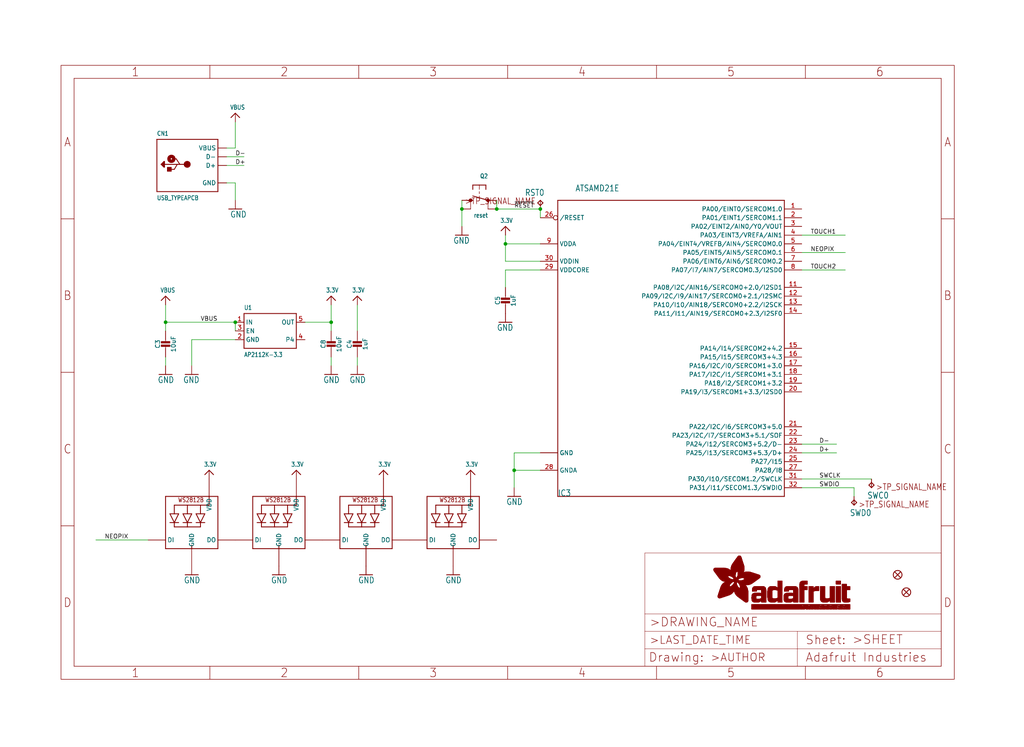
<source format=kicad_sch>
(kicad_sch (version 20211123) (generator eeschema)
  (paper "User" 298.45 217.881)
  (lib_symbols
    (symbol "schematicEagle-eagle-import:3.3V" (power)
      (property "Value" "3.3V" (at -1.524 1.016 0))
      (symbol "3.3V_1_0"
        (pin power_in line (at 0 -2.54 90) (length 2.54) (name "3.3V") (number "1"))
      )
    )
    (symbol "schematicEagle-eagle-import:ATSAMD21E"
      (property "Reference" "IC" (at -35.56 -43.18 0))
      (property "Value" "ATSAMD21E" (at -30.48 45.72 0))
      (symbol "ATSAMD21E_1_0"
        (pin bidirectional line (at 35.56 40.64 180) (length 5.08) (name "PA00/EINT0/SERCOM1.0") (number "1"))
        (pin power_in line (at -40.64 -30.48 0) (length 5.08) (name "GND") (number "10"))
        (pin bidirectional line (at 35.56 17.78 180) (length 5.08) (name "PA08/I2C/AIN16/SERCOM0+2.0/I2SD1") (number "11"))
        (pin bidirectional line (at 35.56 15.24 180) (length 5.08) (name "PA09/I2C/I9/AIN17/SERCOM0+2.1/I2SMC") (number "12"))
        (pin bidirectional line (at 35.56 12.7 180) (length 5.08) (name "PA10/I10/AIN18/SERCOM0+2.2/I2SCK") (number "13"))
        (pin bidirectional line (at 35.56 10.16 180) (length 5.08) (name "PA11/I11/AIN19/SERCOM0+2.3/I2SF0") (number "14"))
        (pin bidirectional line (at 35.56 0 180) (length 5.08) (name "PA14/I14/SERCOM2+4.2") (number "15"))
        (pin bidirectional line (at 35.56 -2.54 180) (length 5.08) (name "PA15/I15/SERCOM3+4.3") (number "16"))
        (pin bidirectional line (at 35.56 -5.08 180) (length 5.08) (name "PA16/I2C/I0/SERCOM1+3.0") (number "17"))
        (pin bidirectional line (at 35.56 -7.62 180) (length 5.08) (name "PA17/I2C/I1/SERCOM1+3.1") (number "18"))
        (pin bidirectional line (at 35.56 -10.16 180) (length 5.08) (name "PA18/I2/SERCOM1+3.2") (number "19"))
        (pin bidirectional line (at 35.56 38.1 180) (length 5.08) (name "PA01/EINT1/SERCOM1.1") (number "2"))
        (pin bidirectional line (at 35.56 -12.7 180) (length 5.08) (name "PA19/I3/SERCOM1+3.3/I2SD0") (number "20"))
        (pin bidirectional line (at 35.56 -22.86 180) (length 5.08) (name "PA22/I2C/I6/SERCOM3+5.0") (number "21"))
        (pin bidirectional line (at 35.56 -25.4 180) (length 5.08) (name "PA23/I2C/I7/SERCOM3+5.1/SOF") (number "22"))
        (pin bidirectional line (at 35.56 -27.94 180) (length 5.08) (name "PA24/I12/SERCOM3+5.2/D-") (number "23"))
        (pin bidirectional line (at 35.56 -30.48 180) (length 5.08) (name "PA25/I13/SERCOM3+5.3/D+") (number "24"))
        (pin bidirectional line (at 35.56 -33.02 180) (length 5.08) (name "PA27/I15") (number "25"))
        (pin bidirectional inverted (at -40.64 38.1 0) (length 5.08) (name "/RESET") (number "26"))
        (pin bidirectional line (at 35.56 -35.56 180) (length 5.08) (name "PA28/I8") (number "27"))
        (pin power_in line (at -40.64 -35.56 0) (length 5.08) (name "GNDA") (number "28"))
        (pin power_in line (at -40.64 22.86 0) (length 5.08) (name "VDDCORE") (number "29"))
        (pin bidirectional line (at 35.56 35.56 180) (length 5.08) (name "PA02/EINT2/AIN0/Y0/VOUT") (number "3"))
        (pin power_in line (at -40.64 25.4 0) (length 5.08) (name "VDDIN") (number "30"))
        (pin bidirectional line (at 35.56 -38.1 180) (length 5.08) (name "PA30/I10/SECOM1.2/SWCLK") (number "31"))
        (pin bidirectional line (at 35.56 -40.64 180) (length 5.08) (name "PA31/I11/SECOM1.3/SWDIO") (number "32"))
        (pin power_in line (at -40.64 -30.48 0) (length 5.08) (name "GND") (number "33"))
        (pin bidirectional line (at 35.56 33.02 180) (length 5.08) (name "PA03/EINT3/VREFA/AIN1") (number "4"))
        (pin bidirectional line (at 35.56 30.48 180) (length 5.08) (name "PA04/EINT4/VREFB/AIN4/SERCOM0.0") (number "5"))
        (pin bidirectional line (at 35.56 27.94 180) (length 5.08) (name "PA05/EINT5/AIN5/SERCOM0.1") (number "6"))
        (pin bidirectional line (at 35.56 25.4 180) (length 5.08) (name "PA06/EINT6/AIN6/SERCOM0.2") (number "7"))
        (pin bidirectional line (at 35.56 22.86 180) (length 5.08) (name "PA07/I7/AIN7/SERCOM0.3/I2SD0") (number "8"))
        (pin power_in line (at -40.64 30.48 0) (length 5.08) (name "VDDA") (number "9"))
      )
    )
    (symbol "schematicEagle-eagle-import:CAP_CERAMIC0603_NO"
      (property "Reference" "C" (at -2.29 1.25 90))
      (property "Value" "CAP_CERAMIC0603_NO" (at 2.3 1.25 90))
      (symbol "CAP_CERAMIC0603_NO_1_0"
        (pin passive line (at 0 5.08 270) (length 2.54) (name "1") (number "1"))
        (pin passive line (at 0 -2.54 90) (length 2.54) (name "2") (number "2"))
      )
    )
    (symbol "schematicEagle-eagle-import:CAP_CERAMIC0805-NOOUTLINE"
      (property "Reference" "C" (at -2.29 1.25 90))
      (property "Value" "CAP_CERAMIC0805-NOOUTLINE" (at 2.3 1.25 90))
      (symbol "CAP_CERAMIC0805-NOOUTLINE_1_0"
        (pin passive line (at 0 5.08 270) (length 2.54) (name "1") (number "1"))
        (pin passive line (at 0 -2.54 90) (length 2.54) (name "2") (number "2"))
      )
    )
    (symbol "schematicEagle-eagle-import:FIDUCIAL_1MM")
    (symbol "schematicEagle-eagle-import:FRAME_A4_ADAFRUIT"
      (symbol "FRAME_A4_ADAFRUIT_0_0"
        (text "1" (at 21.6958 1.905 0) (effects (font (size 2.54 2.286))))
        (text "1" (at 21.6958 177.165 0) (effects (font (size 2.54 2.286))))
        (text "2" (at 65.0875 1.905 0) (effects (font (size 2.54 2.286))))
        (text "2" (at 65.0875 177.165 0) (effects (font (size 2.54 2.286))))
        (text "3" (at 108.4792 1.905 0) (effects (font (size 2.54 2.286))))
        (text "3" (at 108.4792 177.165 0) (effects (font (size 2.54 2.286))))
        (text "4" (at 151.8708 1.905 0) (effects (font (size 2.54 2.286))))
        (text "4" (at 151.8708 177.165 0) (effects (font (size 2.54 2.286))))
        (text "5" (at 195.2625 1.905 0) (effects (font (size 2.54 2.286))))
        (text "5" (at 195.2625 177.165 0) (effects (font (size 2.54 2.286))))
        (text "6" (at 238.6542 1.905 0) (effects (font (size 2.54 2.286))))
        (text "6" (at 238.6542 177.165 0) (effects (font (size 2.54 2.286))))
        (text "A" (at 1.905 156.6863 0) (effects (font (size 2.54 2.286))))
        (text "A" (at 258.445 156.6863 0) (effects (font (size 2.54 2.286))))
        (text "B" (at 1.905 111.9188 0) (effects (font (size 2.54 2.286))))
        (text "B" (at 258.445 111.9188 0) (effects (font (size 2.54 2.286))))
        (text "C" (at 1.905 67.1513 0) (effects (font (size 2.54 2.286))))
        (text "C" (at 258.445 67.1513 0) (effects (font (size 2.54 2.286))))
        (text "D" (at 1.905 22.3838 0) (effects (font (size 2.54 2.286))))
        (text "D" (at 258.445 22.3838 0) (effects (font (size 2.54 2.286))))
      )
      (symbol "FRAME_A4_ADAFRUIT_1_0"
        (text ">AUTHOR" (at 189.23 5.08 0) (effects (font (size 2.286 2.286)) (justify left bottom)))
        (text ">DRAWING_NAME" (at 171.45 15.24 0) (effects (font (size 2.54 2.54)) (justify left bottom)))
        (text ">LAST_DATE_TIME" (at 171.45 10.16 0) (effects (font (size 2.286 2.286)) (justify left bottom)))
        (text ">SHEET" (at 230.505 10.16 0) (effects (font (size 2.54 2.54)) (justify left bottom)))
        (text "Adafruit Industries" (at 216.916 4.953 0) (effects (font (size 2.54 2.54)) (justify left bottom)))
        (text "Drawing:" (at 171.196 4.953 0) (effects (font (size 2.54 2.54)) (justify left bottom)))
        (text "Sheet:" (at 216.916 10.033 0) (effects (font (size 2.54 2.54)) (justify left bottom)))
      )
    )
    (symbol "schematicEagle-eagle-import:GND" (power)
      (property "Value" "GND" (at -2.54 -2.54 0))
      (symbol "GND_1_0"
        (pin power_in line (at 0 2.54 270) (length 2.54) (name "GND") (number "1"))
      )
    )
    (symbol "schematicEagle-eagle-import:SWITCH_TACT_SMT4.6X2.8"
      (property "Reference" "SW" (at -2.54 6.35 0))
      (property "Value" "SWITCH_TACT_SMT4.6X2.8" (at -2.54 -5.08 0))
      (symbol "SWITCH_TACT_SMT4.6X2.8_1_0"
        (pin passive line (at -5.08 0 0) (length 2.54) (name "P") (number "A"))
        (pin passive line (at -5.08 -2.54 0) (length 2.54) (name "P1") (number "A'"))
        (pin passive line (at 5.08 0 180) (length 2.54) (name "S") (number "B"))
        (pin passive line (at 5.08 -2.54 180) (length 2.54) (name "S1") (number "B'"))
      )
    )
    (symbol "schematicEagle-eagle-import:TPTP15R"
      (property "Reference" "TP" (at -1.27 1.27 0))
      (symbol "TPTP15R_1_0"
        (text ">TP_SIGNAL_NAME" (at 1.27 -1.27 0) (effects (font (size 1.778 1.5113)) (justify left bottom)))
        (pin input line (at 0 -2.54 90) (length 2.54) (name "TP") (number "TP"))
      )
    )
    (symbol "schematicEagle-eagle-import:TPTP16R"
      (property "Reference" "TP" (at -1.27 1.27 0))
      (symbol "TPTP16R_1_0"
        (text ">TP_SIGNAL_NAME" (at 1.27 -1.27 0) (effects (font (size 1.778 1.5113)) (justify left bottom)))
        (pin input line (at 0 -2.54 90) (length 2.54) (name "TP") (number "TP"))
      )
    )
    (symbol "schematicEagle-eagle-import:USB_TYPEAPCB"
      (property "Reference" "X" (at -10.16 8.636 0))
      (property "Value" "USB_TYPEAPCB" (at -10.16 -10.16 0))
      (symbol "USB_TYPEAPCB_1_0"
        (pin power_in line (at 10.16 -5.08 180) (length 2.54) (name "GND") (number "GND"))
        (pin bidirectional line (at 10.16 2.54 180) (length 2.54) (name "D-") (number "USB_NEG"))
        (pin bidirectional line (at 10.16 0 180) (length 2.54) (name "D+") (number "USB_PLUS"))
        (pin power_in line (at 10.16 5.08 180) (length 2.54) (name "VBUS") (number "VCC"))
      )
    )
    (symbol "schematicEagle-eagle-import:VBUS" (power)
      (property "Value" "VBUS" (at -1.524 1.016 0))
      (symbol "VBUS_1_0"
        (pin power_in line (at 0 -2.54 90) (length 2.54) (name "VBUS") (number "1"))
      )
    )
    (symbol "schematicEagle-eagle-import:VREG_SOT23-5"
      (property "Reference" "U" (at -7.62 6.096 0))
      (property "Value" "VREG_SOT23-5" (at -7.62 -7.62 0))
      (symbol "VREG_SOT23-5_1_0"
        (pin power_in line (at -10.16 2.54 0) (length 2.54) (name "IN") (number "1"))
        (pin power_in line (at -10.16 -2.54 0) (length 2.54) (name "GND") (number "2"))
        (pin input line (at -10.16 0 0) (length 2.54) (name "EN") (number "3"))
        (pin bidirectional line (at 10.16 -2.54 180) (length 2.54) (name "P4") (number "4"))
        (pin power_in line (at 10.16 2.54 180) (length 2.54) (name "OUT") (number "5"))
      )
    )
    (symbol "schematicEagle-eagle-import:WS2812B3535"
      (symbol "WS2812B3535_1_0"
        (text "WS2812B" (at -4.064 8.382 0) (effects (font (size 1.27 1.0795)) (justify left bottom)))
        (pin input line (at -12.7 -2.54 0) (length 5.08) (name "DI") (number "1"))
        (pin power_in line (at 5.08 15.24 270) (length 5.08) (name "VDD") (number "2"))
        (pin output line (at 12.7 -2.54 180) (length 5.08) (name "DO") (number "3"))
        (pin power_in line (at 0 -10.16 90) (length 5.08) (name "GND") (number "4"))
      )
    )
  )
  (junction (at 147.32 71.12))
  (junction (at 144.78 60.96))
  (junction (at 149.86 137.16))
  (junction (at 157.48 60.96))
  (junction (at 134.62 60.96))
  (junction (at 48.26 93.98))
  (junction (at 96.52 93.98))
  (junction (at 68.58 93.98))
  (wire (pts (xy 96.52 106.68) (xy 96.52 104.14)))
  (wire (pts (xy 243.84 132.08) (xy 233.68 132.08)))
  (wire (pts (xy 147.32 76.2) (xy 147.32 71.12)))
  (wire (pts (xy 96.52 93.98) (xy 96.52 96.52)))
  (wire (pts (xy 48.26 93.98) (xy 48.26 88.9)))
  (wire (pts (xy 144.78 60.96) (xy 157.48 60.96)))
  (wire (pts (xy 66.04 45.72) (xy 71.12 45.72)))
  (wire (pts (xy 233.68 139.7) (xy 254 139.7)))
  (wire (pts (xy 233.68 78.74) (xy 246.38 78.74)))
  (wire (pts (xy 157.48 76.2) (xy 147.32 76.2)))
  (wire (pts (xy 157.48 78.74) (xy 147.32 78.74)))
  (wire (pts (xy 68.58 99.06) (xy 55.88 99.06)))
  (wire (pts (xy 233.68 68.58) (xy 246.38 68.58)))
  (wire (pts (xy 147.32 78.74) (xy 147.32 83.82)))
  (wire (pts (xy 157.48 60.96) (xy 157.48 63.5)))
  (wire (pts (xy 96.52 93.98) (xy 88.9 93.98)))
  (wire (pts (xy 233.68 142.24) (xy 248.92 142.24)))
  (wire (pts (xy 104.14 88.9) (xy 104.14 96.52)))
  (wire (pts (xy 104.14 106.68) (xy 104.14 104.14)))
  (wire (pts (xy 149.86 137.16) (xy 149.86 142.24)))
  (wire (pts (xy 233.68 73.66) (xy 246.38 73.66)))
  (wire (pts (xy 48.26 106.68) (xy 48.26 104.14)))
  (wire (pts (xy 157.48 132.08) (xy 149.86 132.08)))
  (wire (pts (xy 48.26 93.98) (xy 68.58 93.98)))
  (wire (pts (xy 134.62 58.42) (xy 134.62 60.96)))
  (wire (pts (xy 48.26 96.52) (xy 48.26 93.98)))
  (wire (pts (xy 149.86 132.08) (xy 149.86 137.16)))
  (wire (pts (xy 43.18 157.48) (xy 27.94 157.48)))
  (wire (pts (xy 157.48 71.12) (xy 147.32 71.12)))
  (wire (pts (xy 68.58 35.56) (xy 68.58 43.18)))
  (wire (pts (xy 68.58 96.52) (xy 68.58 93.98)))
  (wire (pts (xy 147.32 71.12) (xy 147.32 68.58)))
  (wire (pts (xy 233.68 129.54) (xy 243.84 129.54)))
  (wire (pts (xy 134.62 66.04) (xy 134.62 60.96)))
  (wire (pts (xy 66.04 43.18) (xy 68.58 43.18)))
  (wire (pts (xy 248.92 142.24) (xy 248.92 144.78)))
  (wire (pts (xy 144.78 60.96) (xy 144.78 58.42)))
  (wire (pts (xy 96.52 88.9) (xy 96.52 93.98)))
  (wire (pts (xy 68.58 53.34) (xy 68.58 58.42)))
  (wire (pts (xy 66.04 53.34) (xy 68.58 53.34)))
  (wire (pts (xy 66.04 48.26) (xy 71.12 48.26)))
  (wire (pts (xy 157.48 137.16) (xy 149.86 137.16)))
  (wire (pts (xy 55.88 99.06) (xy 55.88 106.68)))
  (label "SWCLK" (at 238.76 139.7 0) (effects (font (size 1.2446 1.2446))))
  (label "VBUS" (at 58.42 93.98 0) (effects (font (size 1.2446 1.2446))))
  (label "SWDIO" (at 238.76 142.24 0) (effects (font (size 1.2446 1.2446))))
  (label "TOUCH1" (at 236.22 68.58 0) (effects (font (size 1.2446 1.2446))))
  (label "D+" (at 68.58 48.26 0) (effects (font (size 1.2446 1.2446))))
  (label "NEOPIX" (at 30.48 157.48 0) (effects (font (size 1.2446 1.2446))))
  (label "TOUCH2" (at 236.22 78.74 0) (effects (font (size 1.2446 1.2446))))
  (label "D-" (at 238.76 129.54 0) (effects (font (size 1.2446 1.2446))))
  (label "D-" (at 68.58 45.72 0) (effects (font (size 1.2446 1.2446))))
  (label "~{RESET}" (at 149.86 60.96 0) (effects (font (size 1.2446 1.2446))))
  (label "D+" (at 238.76 132.08 0) (effects (font (size 1.2446 1.2446))))
  (label "NEOPIX" (at 236.22 73.66 0) (effects (font (size 1.2446 1.2446))))
  (symbol (lib_id "schematicEagle-eagle-import:TPTP15R") (at 254 142.24 0) (mirror x) (unit 1)
    (property "Reference" "SWC0" (at 252.73 143.51 0) (effects (font (size 1.778 1.5113)) (justify left bottom)))
    (property "Value" "TPTP15R" (effects hide))
    (property "Footprint" "schematicEagle:TP15R" (effects hide))
  )
  (symbol (lib_id "schematicEagle-eagle-import:GND") (at 106.68 167.64 0) (mirror y) (unit 1)
    (property "Reference" "#GND4" (effects hide))
    (property "Value" "GND" (at 109.22 170.18 0) (effects (font (size 1.778 1.5113)) (justify left bottom)))
    (property "Footprint" "schematicEagle:" (effects hide))
  )
  (symbol (lib_id "schematicEagle-eagle-import:3.3V") (at 60.96 137.16 0) (unit 1)
    (property "Reference" "#U$3" (effects hide))
    (property "Value" "3.3V" (at 59.436 136.144 0) (effects (font (size 1.27 1.0795)) (justify left bottom)))
    (property "Footprint" "schematicEagle:" (effects hide))
  )
  (symbol (lib_id "schematicEagle-eagle-import:CAP_CERAMIC0805-NOOUTLINE") (at 48.26 101.6 0) (unit 1)
    (property "Reference" "C3" (at 45.97 100.35 90))
    (property "Value" "10uF" (at 50.56 100.35 90))
    (property "Footprint" "schematicEagle:0805-NO" (effects hide))
  )
  (symbol (lib_id "schematicEagle-eagle-import:TPTP16R") (at 157.48 58.42 0) (mirror y) (unit 1)
    (property "Reference" "RST0" (at 158.75 57.15 0) (effects (font (size 1.778 1.5113)) (justify left bottom)))
    (property "Value" "TPTP16R" (effects hide))
    (property "Footprint" "schematicEagle:TP16R" (effects hide))
  )
  (symbol (lib_id "schematicEagle-eagle-import:WS2812B3535") (at 106.68 154.94 0) (unit 1)
    (property "Reference" "LED3" (effects hide))
    (property "Value" "WS2812B3535" (effects hide))
    (property "Footprint" "schematicEagle:LED3535" (effects hide))
  )
  (symbol (lib_id "schematicEagle-eagle-import:3.3V") (at 86.36 137.16 0) (unit 1)
    (property "Reference" "#U$4" (effects hide))
    (property "Value" "3.3V" (at 84.836 136.144 0) (effects (font (size 1.27 1.0795)) (justify left bottom)))
    (property "Footprint" "schematicEagle:" (effects hide))
  )
  (symbol (lib_id "schematicEagle-eagle-import:GND") (at 55.88 167.64 0) (mirror y) (unit 1)
    (property "Reference" "#GND1" (effects hide))
    (property "Value" "GND" (at 58.42 170.18 0) (effects (font (size 1.778 1.5113)) (justify left bottom)))
    (property "Footprint" "schematicEagle:" (effects hide))
  )
  (symbol (lib_id "schematicEagle-eagle-import:CAP_CERAMIC0603_NO") (at 147.32 88.9 0) (unit 1)
    (property "Reference" "C5" (at 145.03 87.65 90))
    (property "Value" "1uF" (at 149.62 87.65 90))
    (property "Footprint" "schematicEagle:0603-NO" (effects hide))
  )
  (symbol (lib_id "schematicEagle-eagle-import:VREG_SOT23-5") (at 78.74 96.52 0) (unit 1)
    (property "Reference" "U1" (at 71.12 90.424 0) (effects (font (size 1.27 1.0795)) (justify left bottom)))
    (property "Value" "AP2112K-3.3" (at 71.12 104.14 0) (effects (font (size 1.27 1.0795)) (justify left bottom)))
    (property "Footprint" "schematicEagle:SOT23-5" (effects hide))
  )
  (symbol (lib_id "schematicEagle-eagle-import:3.3V") (at 137.16 137.16 0) (unit 1)
    (property "Reference" "#U$6" (effects hide))
    (property "Value" "3.3V" (at 135.636 136.144 0) (effects (font (size 1.27 1.0795)) (justify left bottom)))
    (property "Footprint" "schematicEagle:" (effects hide))
  )
  (symbol (lib_id "schematicEagle-eagle-import:GND") (at 147.32 93.98 0) (unit 1)
    (property "Reference" "#GND7" (effects hide))
    (property "Value" "GND" (at 144.78 96.52 0) (effects (font (size 1.778 1.5113)) (justify left bottom)))
    (property "Footprint" "schematicEagle:" (effects hide))
  )
  (symbol (lib_id "schematicEagle-eagle-import:ATSAMD21E") (at 198.12 101.6 0) (unit 1)
    (property "Reference" "IC3" (at 162.56 144.78 0) (effects (font (size 1.778 1.5113)) (justify left bottom)))
    (property "Value" "ATSAMD21E" (at 167.64 55.88 0) (effects (font (size 1.778 1.5113)) (justify left bottom)))
    (property "Footprint" "schematicEagle:QFN32_5MM" (effects hide))
  )
  (symbol (lib_id "schematicEagle-eagle-import:VBUS") (at 48.26 86.36 0) (unit 1)
    (property "Reference" "#U$13" (effects hide))
    (property "Value" "VBUS" (at 46.736 85.344 0) (effects (font (size 1.27 1.0795)) (justify left bottom)))
    (property "Footprint" "schematicEagle:" (effects hide))
  )
  (symbol (lib_id "schematicEagle-eagle-import:GND") (at 149.86 144.78 0) (mirror y) (unit 1)
    (property "Reference" "#GND18" (effects hide))
    (property "Value" "GND" (at 152.4 147.32 0) (effects (font (size 1.778 1.5113)) (justify left bottom)))
    (property "Footprint" "schematicEagle:" (effects hide))
  )
  (symbol (lib_id "schematicEagle-eagle-import:GND") (at 132.08 167.64 0) (mirror y) (unit 1)
    (property "Reference" "#GND6" (effects hide))
    (property "Value" "GND" (at 134.62 170.18 0) (effects (font (size 1.778 1.5113)) (justify left bottom)))
    (property "Footprint" "schematicEagle:" (effects hide))
  )
  (symbol (lib_id "schematicEagle-eagle-import:GND") (at 134.62 68.58 0) (unit 1)
    (property "Reference" "#GND14" (effects hide))
    (property "Value" "GND" (at 132.08 71.12 0) (effects (font (size 1.778 1.5113)) (justify left bottom)))
    (property "Footprint" "schematicEagle:" (effects hide))
  )
  (symbol (lib_id "schematicEagle-eagle-import:CAP_CERAMIC0603_NO") (at 104.14 101.6 0) (unit 1)
    (property "Reference" "C4" (at 101.85 100.35 90))
    (property "Value" "1uF" (at 106.44 100.35 90))
    (property "Footprint" "schematicEagle:0603-NO" (effects hide))
  )
  (symbol (lib_id "schematicEagle-eagle-import:GND") (at 96.52 109.22 0) (mirror y) (unit 1)
    (property "Reference" "#GND12" (effects hide))
    (property "Value" "GND" (at 99.06 111.76 0) (effects (font (size 1.778 1.5113)) (justify left bottom)))
    (property "Footprint" "schematicEagle:" (effects hide))
  )
  (symbol (lib_id "schematicEagle-eagle-import:TPTP16R") (at 248.92 147.32 0) (mirror x) (unit 1)
    (property "Reference" "SWD0" (at 247.65 148.59 0) (effects (font (size 1.778 1.5113)) (justify left bottom)))
    (property "Value" "TPTP16R" (effects hide))
    (property "Footprint" "schematicEagle:TP16R" (effects hide))
  )
  (symbol (lib_id "schematicEagle-eagle-import:GND") (at 68.58 60.96 0) (unit 1)
    (property "Reference" "#U$2" (effects hide))
    (property "Value" "GND" (at 67.056 63.5 0) (effects (font (size 1.778 1.5113)) (justify left bottom)))
    (property "Footprint" "schematicEagle:" (effects hide))
  )
  (symbol (lib_id "schematicEagle-eagle-import:GND") (at 81.28 167.64 0) (mirror y) (unit 1)
    (property "Reference" "#GND2" (effects hide))
    (property "Value" "GND" (at 83.82 170.18 0) (effects (font (size 1.778 1.5113)) (justify left bottom)))
    (property "Footprint" "schematicEagle:" (effects hide))
  )
  (symbol (lib_id "schematicEagle-eagle-import:WS2812B3535") (at 132.08 154.94 0) (unit 1)
    (property "Reference" "LED4" (effects hide))
    (property "Value" "WS2812B3535" (effects hide))
    (property "Footprint" "schematicEagle:LED3535" (effects hide))
  )
  (symbol (lib_id "schematicEagle-eagle-import:3.3V") (at 111.76 137.16 0) (unit 1)
    (property "Reference" "#U$5" (effects hide))
    (property "Value" "3.3V" (at 110.236 136.144 0) (effects (font (size 1.27 1.0795)) (justify left bottom)))
    (property "Footprint" "schematicEagle:" (effects hide))
  )
  (symbol (lib_id "schematicEagle-eagle-import:3.3V") (at 147.32 66.04 0) (unit 1)
    (property "Reference" "#U$18" (effects hide))
    (property "Value" "3.3V" (at 145.796 65.024 0) (effects (font (size 1.27 1.0795)) (justify left bottom)))
    (property "Footprint" "schematicEagle:" (effects hide))
  )
  (symbol (lib_id "schematicEagle-eagle-import:WS2812B3535") (at 55.88 154.94 0) (unit 1)
    (property "Reference" "LED1" (effects hide))
    (property "Value" "WS2812B3535" (effects hide))
    (property "Footprint" "schematicEagle:LED3535" (effects hide))
  )
  (symbol (lib_id "schematicEagle-eagle-import:GND") (at 104.14 109.22 0) (mirror y) (unit 1)
    (property "Reference" "#GND5" (effects hide))
    (property "Value" "GND" (at 106.68 111.76 0) (effects (font (size 1.778 1.5113)) (justify left bottom)))
    (property "Footprint" "schematicEagle:" (effects hide))
  )
  (symbol (lib_id "schematicEagle-eagle-import:FRAME_A4_ADAFRUIT") (at 17.78 198.12 0) (unit 1)
    (property "Reference" "#U$1" (effects hide))
    (property "Value" "FRAME_A4_ADAFRUIT" (effects hide))
    (property "Footprint" "schematicEagle:" (effects hide))
  )
  (symbol (lib_id "schematicEagle-eagle-import:CAP_CERAMIC0805-NOOUTLINE") (at 96.52 101.6 0) (unit 1)
    (property "Reference" "C8" (at 94.23 100.35 90))
    (property "Value" "10uF" (at 98.82 100.35 90))
    (property "Footprint" "schematicEagle:0805-NO" (effects hide))
  )
  (symbol (lib_id "schematicEagle-eagle-import:USB_TYPEAPCB") (at 55.88 48.26 0) (unit 1)
    (property "Reference" "CN1" (at 45.72 39.624 0) (effects (font (size 1.27 1.0795)) (justify left bottom)))
    (property "Value" "USB_TYPEAPCB" (at 45.72 58.42 0) (effects (font (size 1.27 1.0795)) (justify left bottom)))
    (property "Footprint" "schematicEagle:USBA_PCB" (effects hide))
  )
  (symbol (lib_id "schematicEagle-eagle-import:FIDUCIAL_1MM") (at 264.16 172.72 0) (unit 1)
    (property "Reference" "FID2" (effects hide))
    (property "Value" "FIDUCIAL_1MM" (effects hide))
    (property "Footprint" "schematicEagle:FIDUCIAL_1MM" (effects hide))
  )
  (symbol (lib_id "schematicEagle-eagle-import:SWITCH_TACT_SMT4.6X2.8") (at 139.7 58.42 0) (mirror y) (unit 1)
    (property "Reference" "Q2" (at 142.24 52.07 0) (effects (font (size 1.27 1.0795)) (justify left bottom)))
    (property "Value" "reset" (at 142.24 63.5 0) (effects (font (size 1.27 1.0795)) (justify left bottom)))
    (property "Footprint" "schematicEagle:BTN_KMR2_4.6X2.8" (effects hide))
  )
  (symbol (lib_id "schematicEagle-eagle-import:WS2812B3535") (at 81.28 154.94 0) (unit 1)
    (property "Reference" "LED2" (effects hide))
    (property "Value" "WS2812B3535" (effects hide))
    (property "Footprint" "schematicEagle:LED3535" (effects hide))
  )
  (symbol (lib_id "schematicEagle-eagle-import:GND") (at 48.26 109.22 0) (mirror y) (unit 1)
    (property "Reference" "#GND3" (effects hide))
    (property "Value" "GND" (at 50.8 111.76 0) (effects (font (size 1.778 1.5113)) (justify left bottom)))
    (property "Footprint" "schematicEagle:" (effects hide))
  )
  (symbol (lib_id "schematicEagle-eagle-import:3.3V") (at 104.14 86.36 0) (unit 1)
    (property "Reference" "#U$20" (effects hide))
    (property "Value" "3.3V" (at 102.616 85.344 0) (effects (font (size 1.27 1.0795)) (justify left bottom)))
    (property "Footprint" "schematicEagle:" (effects hide))
  )
  (symbol (lib_id "schematicEagle-eagle-import:3.3V") (at 96.52 86.36 0) (unit 1)
    (property "Reference" "#U$17" (effects hide))
    (property "Value" "3.3V" (at 94.996 85.344 0) (effects (font (size 1.27 1.0795)) (justify left bottom)))
    (property "Footprint" "schematicEagle:" (effects hide))
  )
  (symbol (lib_id "schematicEagle-eagle-import:FIDUCIAL_1MM") (at 261.62 167.64 0) (unit 1)
    (property "Reference" "FID1" (effects hide))
    (property "Value" "FIDUCIAL_1MM" (effects hide))
    (property "Footprint" "schematicEagle:FIDUCIAL_1MM" (effects hide))
  )
  (symbol (lib_id "schematicEagle-eagle-import:VBUS") (at 68.58 33.02 0) (unit 1)
    (property "Reference" "#U$15" (effects hide))
    (property "Value" "VBUS" (at 67.056 32.004 0) (effects (font (size 1.27 1.0795)) (justify left bottom)))
    (property "Footprint" "schematicEagle:" (effects hide))
  )
  (symbol (lib_id "schematicEagle-eagle-import:GND") (at 55.88 109.22 0) (unit 1)
    (property "Reference" "#GND11" (effects hide))
    (property "Value" "GND" (at 53.34 111.76 0) (effects (font (size 1.778 1.5113)) (justify left bottom)))
    (property "Footprint" "schematicEagle:" (effects hide))
  )
)
</source>
